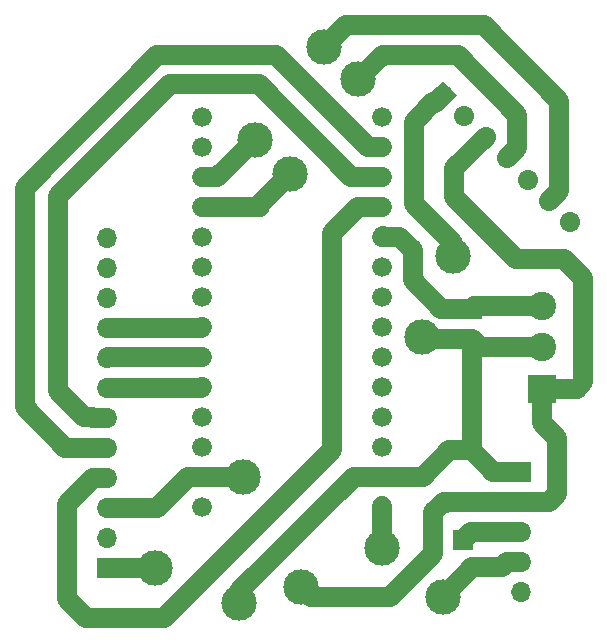
<source format=gbr>
G04 #@! TF.GenerationSoftware,KiCad,Pcbnew,5.0.2-bee76a0~70~ubuntu18.04.1*
G04 #@! TF.CreationDate,2019-10-03T16:27:03-04:00*
G04 #@! TF.ProjectId,ib4,6962342e-6b69-4636-9164-5f7063625858,rev?*
G04 #@! TF.SameCoordinates,PX36d1408PY5556ba8*
G04 #@! TF.FileFunction,Copper,L4,Bot*
G04 #@! TF.FilePolarity,Positive*
%FSLAX46Y46*%
G04 Gerber Fmt 4.6, Leading zero omitted, Abs format (unit mm)*
G04 Created by KiCad (PCBNEW 5.0.2-bee76a0~70~ubuntu18.04.1) date Thu 03 Oct 2019 04:27:03 PM EDT*
%MOMM*%
%LPD*%
G01*
G04 APERTURE LIST*
G04 #@! TA.AperFunction,ComponentPad*
%ADD10C,1.676400*%
G04 #@! TD*
G04 #@! TA.AperFunction,ComponentPad*
%ADD11R,1.700000X1.700000*%
G04 #@! TD*
G04 #@! TA.AperFunction,ComponentPad*
%ADD12O,1.700000X1.700000*%
G04 #@! TD*
G04 #@! TA.AperFunction,ComponentPad*
%ADD13C,1.700000*%
G04 #@! TD*
G04 #@! TA.AperFunction,Conductor*
%ADD14C,0.100000*%
G04 #@! TD*
G04 #@! TA.AperFunction,Conductor*
%ADD15C,1.700000*%
G04 #@! TD*
G04 #@! TA.AperFunction,ComponentPad*
%ADD16R,2.400000X2.400000*%
G04 #@! TD*
G04 #@! TA.AperFunction,ComponentPad*
%ADD17C,2.400000*%
G04 #@! TD*
G04 #@! TA.AperFunction,ViaPad*
%ADD18C,3.000000*%
G04 #@! TD*
G04 APERTURE END LIST*
D10*
G04 #@! TO.P,JP2,14*
G04 #@! TO.N,N/C*
X26263600Y46278800D03*
G04 #@! TO.P,JP2,13*
X26263600Y43738800D03*
G04 #@! TO.P,JP2,12*
G04 #@! TO.N,SDA*
X26263600Y41198800D03*
G04 #@! TO.P,JP2,11*
G04 #@! TO.N,SCL*
X26263600Y38658800D03*
G04 #@! TO.P,JP2,10*
G04 #@! TO.N,N/C*
X26263600Y36118800D03*
G04 #@! TO.P,JP2,9*
X26263600Y33578800D03*
G04 #@! TO.P,JP2,8*
X26263600Y31038800D03*
G04 #@! TO.P,JP2,7*
G04 #@! TO.N,E_~RST*
X26263600Y28498800D03*
G04 #@! TO.P,JP2,6*
G04 #@! TO.N,E_BUSY*
X26263600Y25958800D03*
G04 #@! TO.P,JP2,5*
G04 #@! TO.N,E_CS*
X26263600Y23418800D03*
G04 #@! TO.P,JP2,4*
G04 #@! TO.N,N/C*
X26263600Y20878800D03*
G04 #@! TO.P,JP2,3*
X26263600Y18338800D03*
G04 #@! TO.P,JP2,2*
G04 #@! TO.N,GND*
X26263600Y15798800D03*
G04 #@! TO.P,JP2,1*
G04 #@! TO.N,N/C*
X26263600Y13258800D03*
G04 #@! TD*
G04 #@! TO.P,JP4,14*
G04 #@! TO.N,DRV*
X41503600Y13258800D03*
G04 #@! TO.P,JP4,13*
G04 #@! TO.N,+3V3*
X41503600Y15798800D03*
G04 #@! TO.P,JP4,12*
G04 #@! TO.N,N/C*
X41503600Y18338800D03*
G04 #@! TO.P,JP4,11*
X41503600Y20878800D03*
G04 #@! TO.P,JP4,10*
X41503600Y23418800D03*
G04 #@! TO.P,JP4,9*
X41503600Y25958800D03*
G04 #@! TO.P,JP4,8*
X41503600Y28498800D03*
G04 #@! TO.P,JP4,7*
X41503600Y31038800D03*
G04 #@! TO.P,JP4,6*
X41503600Y33578800D03*
G04 #@! TO.P,JP4,5*
G04 #@! TO.N,A5*
X41503600Y36118800D03*
G04 #@! TO.P,JP4,4*
G04 #@! TO.N,SCK*
X41503600Y38658800D03*
G04 #@! TO.P,JP4,3*
G04 #@! TO.N,MOSI*
X41503600Y41198800D03*
G04 #@! TO.P,JP4,2*
G04 #@! TO.N,MISO*
X41503600Y43738800D03*
G04 #@! TO.P,JP4,1*
G04 #@! TO.N,N/C*
X41503600Y46278800D03*
G04 #@! TD*
D11*
G04 #@! TO.P,J1,1*
G04 #@! TO.N,+3V3*
X18288000Y8115300D03*
D12*
G04 #@! TO.P,J1,2*
G04 #@! TO.N,N/C*
X18288000Y10655300D03*
G04 #@! TO.P,J1,3*
G04 #@! TO.N,GND*
X18288000Y13195300D03*
G04 #@! TO.P,J1,4*
G04 #@! TO.N,SCK*
X18288000Y15735300D03*
G04 #@! TO.P,J1,5*
G04 #@! TO.N,MISO*
X18288000Y18275300D03*
G04 #@! TO.P,J1,6*
G04 #@! TO.N,MOSI*
X18288000Y20815300D03*
G04 #@! TO.P,J1,7*
G04 #@! TO.N,E_CS*
X18288000Y23355300D03*
G04 #@! TO.P,J1,8*
G04 #@! TO.N,E_BUSY*
X18288000Y25895300D03*
G04 #@! TO.P,J1,9*
G04 #@! TO.N,E_~RST*
X18288000Y28435300D03*
G04 #@! TO.P,J1,10*
G04 #@! TO.N,N/C*
X18288000Y30975300D03*
G04 #@! TO.P,J1,11*
X18288000Y33515300D03*
G04 #@! TO.P,J1,12*
X18288000Y36055300D03*
G04 #@! TD*
D11*
G04 #@! TO.P,J2,1*
G04 #@! TO.N,+3V3*
X53327300Y16205200D03*
D12*
G04 #@! TO.P,J2,2*
G04 #@! TO.N,GND*
X53327300Y13665200D03*
G04 #@! TO.P,J2,3*
G04 #@! TO.N,DELAY*
X53327300Y11125200D03*
G04 #@! TO.P,J2,4*
G04 #@! TO.N,DRV*
X53327300Y8585200D03*
G04 #@! TO.P,J2,5*
G04 #@! TO.N,N/C*
X53327300Y6045200D03*
G04 #@! TD*
D13*
G04 #@! TO.P,J5,1*
G04 #@! TO.N,+3V3*
X46723300Y48145700D03*
D14*
G04 #@! TD*
G04 #@! TO.N,+3V3*
G04 #@! TO.C,J5*
G36*
X46723300Y46943618D02*
X45521218Y48145700D01*
X46723300Y49347782D01*
X47925382Y48145700D01*
X46723300Y46943618D01*
X46723300Y46943618D01*
G37*
D13*
G04 #@! TO.P,J5,2*
G04 #@! TO.N,N/C*
X48519351Y46349649D03*
D15*
G04 #@! TD*
G04 #@! TO.N,N/C*
G04 #@! TO.C,J5*
X48519351Y46349649D02*
X48519351Y46349649D01*
D13*
G04 #@! TO.P,J5,3*
G04 #@! TO.N,GND*
X50315402Y44553598D03*
D15*
G04 #@! TD*
G04 #@! TO.N,GND*
G04 #@! TO.C,J5*
X50315402Y44553598D02*
X50315402Y44553598D01*
D13*
G04 #@! TO.P,J5,4*
G04 #@! TO.N,SCL*
X52111454Y42757546D03*
D15*
G04 #@! TD*
G04 #@! TO.N,SCL*
G04 #@! TO.C,J5*
X52111454Y42757546D02*
X52111454Y42757546D01*
D13*
G04 #@! TO.P,J5,5*
G04 #@! TO.N,N/C*
X53907505Y40961495D03*
D15*
G04 #@! TD*
G04 #@! TO.N,N/C*
G04 #@! TO.C,J5*
X53907505Y40961495D02*
X53907505Y40961495D01*
D13*
G04 #@! TO.P,J5,6*
G04 #@! TO.N,SDA*
X55703556Y39165444D03*
D15*
G04 #@! TD*
G04 #@! TO.N,SDA*
G04 #@! TO.C,J5*
X55703556Y39165444D02*
X55703556Y39165444D01*
D13*
G04 #@! TO.P,J5,7*
G04 #@! TO.N,N/C*
X57499607Y37369393D03*
D15*
G04 #@! TD*
G04 #@! TO.N,N/C*
G04 #@! TO.C,J5*
X57499607Y37369393D02*
X57499607Y37369393D01*
D12*
G04 #@! TO.P,J6,2*
G04 #@! TO.N,GND*
X45859700Y10464800D03*
D11*
G04 #@! TO.P,J6,1*
G04 #@! TO.N,DELAY*
X48399700Y10464800D03*
G04 #@! TD*
D16*
G04 #@! TO.P,J3,1*
G04 #@! TO.N,GND*
X55130700Y23253700D03*
D17*
G04 #@! TO.P,J3,2*
G04 #@! TO.N,+3V3*
X55130700Y26753700D03*
G04 #@! TO.P,J3,3*
G04 #@! TO.N,A5*
X55130700Y30253700D03*
G04 #@! TD*
D11*
G04 #@! TO.P,J4,1*
G04 #@! TO.N,A5*
X49123600Y30022800D03*
D12*
G04 #@! TO.P,J4,2*
G04 #@! TO.N,+3V3*
X49123600Y27482800D03*
G04 #@! TD*
D18*
G04 #@! TO.N,GND*
X29781500Y15811500D03*
X34671000Y6502400D03*
G04 #@! TO.N,+3V3*
X22339300Y8089900D03*
X29438600Y5092700D03*
X44894500Y27660600D03*
X47574200Y34531300D03*
G04 #@! TO.N,DRV*
X41503600Y9766300D03*
X46672500Y5651500D03*
G04 #@! TO.N,SCL*
X33794700Y41414700D03*
G04 #@! TO.N,SDA*
X30759400Y44348400D03*
G04 #@! TO.N,SCL*
X39535100Y49441100D03*
G04 #@! TO.N,SDA*
X36614100Y52146200D03*
G04 #@! TD*
D15*
G04 #@! TO.N,GND*
X22474707Y13195300D02*
X19490081Y13195300D01*
X25078207Y15798800D02*
X22474707Y13195300D01*
X26263600Y15798800D02*
X25078207Y15798800D01*
G04 #@! TO.N,MOSI*
X17022419Y20878800D02*
X16319500Y20878800D01*
X16319500Y20878800D02*
X14147800Y23050500D01*
X14147800Y23050500D02*
X14147800Y39573200D01*
X14147800Y39573200D02*
X23634700Y49060100D01*
X23634700Y49060100D02*
X31089600Y49060100D01*
X38950900Y41198800D02*
X41503600Y41198800D01*
X31089600Y49060100D02*
X38950900Y41198800D01*
G04 #@! TO.N,A5*
X41595100Y36210300D02*
X41503600Y36118800D01*
G04 #@! TO.N,GND*
X26263600Y15798800D02*
X27448993Y15798800D01*
X19490081Y13195300D02*
X18288000Y13195300D01*
X27461693Y15811500D02*
X29781500Y15811500D01*
X27448993Y15798800D02*
X27461693Y15811500D01*
X47053500Y13690600D02*
X46939200Y13576300D01*
X52006500Y13690600D02*
X47053500Y13690600D01*
X47053500Y13690600D02*
X46774100Y13690600D01*
X45859700Y12776200D02*
X45859700Y10464800D01*
X46774100Y13690600D02*
X45859700Y12776200D01*
X45859700Y9262719D02*
X42248481Y5651500D01*
X45859700Y10464800D02*
X45859700Y9262719D01*
X42248481Y5651500D02*
X35521900Y5651500D01*
X35521900Y5651500D02*
X34671000Y6502400D01*
X53474319Y13665200D02*
X53487019Y13677900D01*
X53327300Y13665200D02*
X53474319Y13665200D01*
X53487019Y13677900D02*
X55714900Y13677900D01*
X55714900Y13677900D02*
X56362600Y14325600D01*
X55130700Y20353700D02*
X55130700Y23253700D01*
X56362600Y19121800D02*
X55130700Y20353700D01*
X56362600Y14325600D02*
X56362600Y19121800D01*
X58030700Y23253700D02*
X55130700Y23253700D01*
X58572400Y23795400D02*
X58030700Y23253700D01*
X58572400Y32626300D02*
X58572400Y23795400D01*
X47669352Y39465348D02*
X52857400Y34277300D01*
X56921400Y34277300D02*
X58572400Y32626300D01*
X52857400Y34277300D02*
X56921400Y34277300D01*
X52031900Y13665200D02*
X52006500Y13690600D01*
X53327300Y13665200D02*
X52031900Y13665200D01*
G04 #@! TO.N,MOSI*
X17085919Y20815300D02*
X17022419Y20878800D01*
X18288000Y20815300D02*
X17085919Y20815300D01*
G04 #@! TO.N,MISO*
X40318207Y43738800D02*
X41503600Y43738800D01*
X14681200Y18275300D02*
X11277600Y21678900D01*
X18288000Y18275300D02*
X14681200Y18275300D01*
X22491700Y51473100D02*
X32583907Y51473100D01*
X11277600Y21678900D02*
X11277600Y40259000D01*
X11277600Y40259000D02*
X22491700Y51473100D01*
X32583907Y51473100D02*
X40318207Y43738800D01*
G04 #@! TO.N,SCK*
X37287200Y36423600D02*
X39522400Y38658800D01*
X39522400Y38658800D02*
X41503600Y38658800D01*
X17085919Y15735300D02*
X14884400Y13533781D01*
X18288000Y15735300D02*
X17085919Y15735300D01*
X14884400Y5448300D02*
X16459200Y3873500D01*
X14884400Y13533781D02*
X14884400Y5448300D01*
X16459200Y3873500D02*
X23063200Y3873500D01*
X37287200Y18097500D02*
X37287200Y20497800D01*
X23063200Y3873500D02*
X37287200Y18097500D01*
X37287200Y20497800D02*
X37287200Y36423600D01*
G04 #@! TO.N,+3V3*
X41503600Y15798800D02*
X40318207Y15798800D01*
X22313900Y8115300D02*
X22339300Y8089900D01*
X18288000Y8115300D02*
X22313900Y8115300D01*
X40318207Y15798800D02*
X39141400Y15798800D01*
X39141400Y15798800D02*
X29438600Y6096000D01*
X29438600Y6096000D02*
X29438600Y5092700D01*
X43002200Y15798800D02*
X41503600Y15798800D01*
X52006500Y16230600D02*
X50939700Y16230600D01*
X49123600Y18046700D02*
X49123600Y27482800D01*
X50939700Y16230600D02*
X49123600Y18046700D01*
X49852700Y26753700D02*
X49123600Y27482800D01*
X55130700Y26753700D02*
X49852700Y26753700D01*
X49123600Y27482800D02*
X45072300Y27482800D01*
X45072300Y27482800D02*
X44894500Y27660600D01*
X44272200Y38925500D02*
X47574200Y35623500D01*
X44272200Y45872400D02*
X44272200Y38925500D01*
X45162549Y46762749D02*
X44272200Y45872400D01*
X45834300Y47498000D02*
X45162549Y46826249D01*
X47574200Y35623500D02*
X47574200Y34531300D01*
X45162549Y46826249D02*
X45162549Y46762749D01*
X45810249Y47473949D02*
X45162549Y46826249D01*
X46051549Y47473949D02*
X45810249Y47473949D01*
X46723300Y48145700D02*
X46051549Y47473949D01*
X52031900Y16205200D02*
X52006500Y16230600D01*
X53327300Y16205200D02*
X52031900Y16205200D01*
X49123600Y18046700D02*
X47231300Y18046700D01*
X44983400Y15798800D02*
X43002200Y15798800D01*
X47231300Y18046700D02*
X44983400Y15798800D01*
G04 #@! TO.N,E_CS*
X26200100Y23355300D02*
X26263600Y23418800D01*
X18288000Y23355300D02*
X26200100Y23355300D01*
G04 #@! TO.N,E_BUSY*
X18351500Y25958800D02*
X18288000Y25895300D01*
X26263600Y25958800D02*
X18351500Y25958800D01*
G04 #@! TO.N,E_~RST*
X26200100Y28435300D02*
X26263600Y28498800D01*
X18288000Y28435300D02*
X26200100Y28435300D01*
G04 #@! TO.N,DRV*
X41567100Y13322300D02*
X41503600Y13258800D01*
X41503600Y10642600D02*
X41503600Y13258800D01*
X41503600Y9766300D02*
X41503600Y10642600D01*
X52125219Y8585200D02*
X51706119Y8166100D01*
X53327300Y8585200D02*
X52125219Y8585200D01*
X51706119Y8166100D02*
X49187100Y8166100D01*
X49187100Y8166100D02*
X46672500Y5651500D01*
G04 #@! TO.N,SCL*
X26263600Y38658800D02*
X31242000Y38658800D01*
X31242000Y38658800D02*
X31242000Y38862000D01*
X31242000Y38862000D02*
X33794700Y41414700D01*
G04 #@! TO.N,SDA*
X26263600Y41198800D02*
X27609800Y41198800D01*
X27609800Y41198800D02*
X30759400Y44348400D01*
G04 #@! TO.N,GND*
X47669352Y41907548D02*
X50315402Y44553598D01*
X47669352Y39465348D02*
X47669352Y41907548D01*
G04 #@! TO.N,SCL*
X52961453Y43607545D02*
X52961453Y45506553D01*
X52111454Y42757546D02*
X52961453Y43607545D01*
X52961453Y45506553D02*
X52997100Y45542200D01*
X52997100Y45542200D02*
X52997100Y46456600D01*
X52997100Y46456600D02*
X47942500Y51511200D01*
X47942500Y51511200D02*
X42062400Y51511200D01*
X42062400Y51511200D02*
X41605200Y51511200D01*
X41605200Y51511200D02*
X39535100Y49441100D01*
G04 #@! TO.N,SDA*
X56553555Y40015443D02*
X56553555Y47624545D01*
X55703556Y39165444D02*
X56553555Y40015443D01*
X56553555Y47624545D02*
X50152300Y54025800D01*
X50152300Y54025800D02*
X38684200Y54025800D01*
X38684200Y54025800D02*
X38493700Y54025800D01*
X38493700Y54025800D02*
X36614100Y52146200D01*
G04 #@! TO.N,DELAY*
X49060100Y11125200D02*
X48399700Y10464800D01*
X53327300Y11125200D02*
X49060100Y11125200D01*
G04 #@! TO.N,A5*
X49354500Y30253700D02*
X49123600Y30022800D01*
X55130700Y30253700D02*
X49354500Y30253700D01*
X46573600Y30022800D02*
X44160600Y32435800D01*
X49123600Y30022800D02*
X46573600Y30022800D01*
X44160600Y32435800D02*
X44160600Y34960400D01*
X43002200Y36118800D02*
X41503600Y36118800D01*
X44160600Y34960400D02*
X43002200Y36118800D01*
G04 #@! TD*
M02*

</source>
